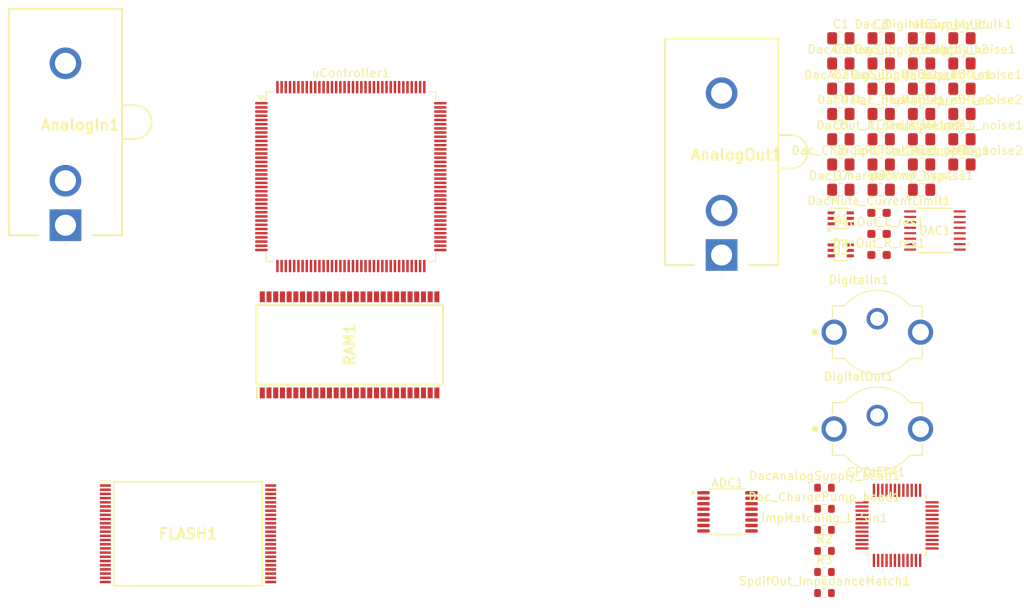
<source format=kicad_pcb>
(kicad_pcb (version 20240108) (generator "pcbnew") (generator_version "8.0")
  (layers (0 "F.Cu" signal) (1 "In1.Cu" signal "PWR") (2 "In2.Cu" signal "GND") (31 "B.Cu" signal) (34 "B.Paste" user) (35 "F.Paste" user) (36 "B.SilkS" user "B.Silkscreen") (37 "F.SilkS" user "F.Silkscreen") (38 "B.Mask" user) (39 "F.Mask" user) (44 "Edge.Cuts" user))
  (net 0 "")
  (net 1 "GNDA")
  (net 2 "/I2S1_WS")
  (net 3 "VDDA")
  (net 4 "VDD")
  (net 5 "/I2S1_SDI")
  (net 6 "/ADC_Reset")
  (net 7 "Net-(ADC1-RIN)")
  (net 8 "Net-(ADC1-REGO)")
  (net 9 "/I2S1_CK")
  (net 10 "/I2S1_MCK")
  (net 11 "Net-(ADC1-VCOM)")
  (net 12 "GNDD")
  (net 13 "Net-(ADC1-LIN)")
  (net 14 "Net-(AnalogIn1-Pad3)")
  (net 15 "Net-(AnalogIn1-Pad2)")
  (net 16 "Net-(AnalogOut1-Pad3)")
  (net 17 "Net-(AnalogOut1-Pad2)")
  (net 18 "Net-(DAC1-VREF)")
  (net 19 "Net-(DAC1-CPCB)")
  (net 20 "Net-(DAC1-CPOUT)")
  (net 21 "/I2S2_MCK")
  (net 22 "/I2S2_SDO")
  (net 23 "/I2S2_WS")
  (net 24 "Net-(DAC1-LINEVDD)")
  (net 25 "Net-(DAC1-MUTEB)")
  (net 26 "/I2S2_CK")
  (net 27 "Net-(DAC1-CPCA)")
  (net 28 "Net-(DAC1-VDDA)")
  (net 29 "Net-(DAC1-RLINEOUT)")
  (net 30 "Net-(DAC1-LLINEOU)")
  (net 31 "Net-(DigitalIn1-Pad2)")
  (net 32 "Net-(DigitalOut1-Pad2)")
  (net 33 "/FMC_D0")
  (net 35 "/FMC_D6")
  (net 37 "/FMC_NWAIT")
  (net 40 "/FMC_D7")
  (net 42 "/FMC_D1")
  (net 43 "/FMC_NOE")
  (net 46 "/FMC_D5")
  (net 49 "/FMC_NWE")
  (net 50 "/FMC_D4")
  (net 57 "/FMC_ALE")
  (net 58 "/FMC_NCE")
  (net 67 "/Flash_WP")
  (net 69 "/FMC_D3")
  (net 71 "/FMC_CLE")
  (net 75 "/FMC_D2")
  (net 77 "Net-(U1-B)")
  (net 78 "VDD_DIV")
  (net 79 "/FMC_A3")
  (net 80 "VCCQ")
  (net 81 "/FMC_A9")
  (net 83 "/FMC_D11")
  (net 84 "/FMC_D10")
  (net 85 "/FMC_NBL0")
  (net 86 "/FMC_A7")
  (net 87 "/FMC_A2")
  (net 88 "/FMC_A1")
  (net 89 "/FMC_SDCKE0")
  (net 90 "/FMC_D15")
  (net 91 "/FMC_A0")
  (net 92 "/FMC_A6")
  (net 93 "/FMC_D8")
  (net 94 "/FMC_BA1")
  (net 95 "/FMC_A8")
  (net 96 "/FMC_D12")
  (net 97 "/FMC_D14")
  (net 98 "/FMC_SDNRAS")
  (net 99 "/FMC_SDNE0")
  (net 100 "/FMC_D9")
  (net 101 "/FMC_A4")
  (net 102 "/FMC_NBL1")
  (net 103 "/FMC_11")
  (net 104 "/FMC_BA0")
  (net 105 "/FMC_A5")
  (net 106 "/FMC_SDNWE")
  (net 107 "/FMC_SDCLK")
  (net 108 "/FMC_SDNCAS")
  (net 110 "/FMC_D13")
  (net 111 "/FMC_A10")
  (net 112 "Net-(U2-B)")
  (net 113 "Net-(SpdifOut_AcCoupling1-Pad2)")
  (net 117 "/I2S3_CK")
  (net 124 "/I2C1_SDA")
  (net 128 "/I2S3_WS")
  (net 140 "/I2S3_MCK")
  (net 143 "/SPDIFTX_OUT")
  (net 149 "/I2C1_SCL")
  (net 153 "/I2S3_SDO")
  (net 154 "/SPDIFRX_IN0")
  (net 211 "/FMC_A11")
  (footprint "Capacitor_SMD:C_0805_2012Metric_Pad1.18x1.45mm_HandSolder" (layer "F.Cu") (at 169.935 50.19)
    (property "Reference" "DacAnalogSupply_noise1" (at 0 -1.68 0) (layer "F.SilkS"))
    (property "Value" "0.15u")
    (pad "1" smd roundrect (at -1.0375 0) (size 1.175 1.45) (layers "F.Cu" "F.Paste" "F.Mask") (roundrect_rratio 0.212766) (net 12 "GNDD"))
    (pad "2" smd roundrect (at 1.0375 0) (size 1.175 1.45) (layers "F.Cu" "F.Paste" "F.Mask") (roundrect_rratio 0.212766) (net 28 "Net-(DAC1-VDDA)"))
  )
  (footprint "CustomModels:FW6190" (layer "F.Cu") (at 150.92 70.015)
    (property "Reference" "AnalogOut1" (at 1.75 -11.959 0) (layer "F.SilkS") (effects (font (size 1.27 1.27) (thickness 0.254))))
    (property "Value" "FW6190" (hide yes))
    (pad "1" thru_hole rect (at 0 0) (size 3.765 3.765) (drill 2.51) (layers "*.Cu" "*.Mask") (net 1 "GNDA"))
    (pad "2" thru_hole circle (at 0 -5.3) (size 3.765 3.765) (drill 2.51) (layers "*.Cu" "*.Mask") (net 17 "Net-(AnalogOut1-Pad2)"))
    (pad "3" thru_hole circle (at 0 -19.3) (size 3.765 3.765) (drill 2.51) (layers "*.Cu" "*.Mask") (net 16 "Net-(AnalogOut1-Pad3)"))
  )
  (footprint "Capacitor_SMD:C_0805_2012Metric_Pad1.18x1.45mm_HandSolder" (layer "F.Cu") (at 179.555 56.21)
    (property "Reference" "llsOut_refLo_noise1" (at 0 -1.68 0) (layer "F.SilkS"))
    (property "Value" "0.15u")
    (pad "1" smd roundrect (at -1.0375 0) (size 1.175 1.45) (layers "F.Cu" "F.Paste" "F.Mask") (roundrect_rratio 0.212766) (net 78 "VDD_DIV"))
    (pad "2" smd roundrect (at 1.0375 0) (size 1.175 1.45) (layers "F.Cu" "F.Paste" "F.Mask") (roundrect_rratio 0.212766) (net 12 "GNDD"))
  )
  (footprint "CustomModels:TSSOP16_NAU8402_NUV" (layer "F.Cu") (at 176.3378 67.0925)
    (property "Reference" "DAC1" (at 0 0 0) (layer "F.SilkS"))
    (property "Value" "NAU8402WG")
    (fp_text user "*" (at -3.20675 -3.671951 0) (layer "F.SilkS"))
    (fp_text user "*" (at -3.20675 -3.671951 0) (layer "F.SilkS"))
    (pad "1" smd rect (at -2.95275 -2.274951) (size 1.4097 0.254) (layers "F.Cu" "F.Paste" "F.Mask") (net 1 "GNDA"))
    (pad "2" smd rect (at -2.95275 -1.624965) (size 1.4097 0.254) (layers "F.Cu" "F.Paste" "F.Mask") (net 28 "Net-(DAC1-VDDA)"))
    (pad "3" smd rect (at -2.95275 -0.974979) (size 1.4097 0.254) (layers "F.Cu" "F.Paste" "F.Mask") (net 18 "Net-(DAC1-VREF)"))
    (pad "4" smd rect (at -2.95275 -0.324993) (size 1.4097 0.254) (layers "F.Cu" "F.Paste" "F.Mask") (net 25 "Net-(DAC1-MUTEB)"))
    (pad "5" smd rect (at -2.95275 0.324993) (size 1.4097 0.254) (layers "F.Cu" "F.Paste" "F.Mask") (net 23 "/I2S2_WS"))
    (pad "6" smd rect (at -2.95275 0.974979) (size 1.4097 0.254) (layers "F.Cu" "F.Paste" "F.Mask") (net 22 "/I2S2_SDO"))
    (pad "7" smd rect (at -2.95275 1.624965) (size 1.4097 0.254) (layers "F.Cu" "F.Paste" "F.Mask") (net 26 "/I2S2_CK"))
    (pad "8" smd rect (at -2.95275 2.274951) (size 1.4097 0.254) (layers "F.Cu" "F.Paste" "F.Mask") (net 21 "/I2S2_MCK"))
    (pad "9" smd rect (at 2.95275 2.274951) (size 1.4097 0.254) (layers "F.Cu" "F.Paste" "F.Mask") (net 4 "VDD"))
    (pad "10" smd rect (at 2.95275 1.624965) (size 1.4097 0.254) (layers "F.Cu" "F.Paste" "F.Mask") (net 24 "Net-(DAC1-LINEVDD)"))
    (pad "11" smd rect (at 2.95275 0.974979) (size 1.4097 0.254) (layers "F.Cu" "F.Paste" "F.Mask") (net 27 "Net-(DAC1-CPCA)"))
    (pad "12" smd rect (at 2.95275 0.324993) (size 1.4097 0.254) (layers "F.Cu" "F.Paste" "F.Mask") (net 1 "GNDA"))
    (pad "13" smd rect (at 2.95275 -0.324993) (size 1.4097 0.254) (layers "F.Cu" "F.Paste" "F.Mask") (net 19 "Net-(DAC1-CPCB)"))
    (pad "14" smd rect (at 2.95275 -0.974979) (size 1.4097 0.254) (layers "F.Cu" "F.Paste" "F.Mask") (net 20 "Net-(DAC1-CPOUT)"))
    (pad "15" smd rect (at 2.95275 -1.624965) (size 1.4097 0.254) (layers "F.Cu" "F.Paste" "F.Mask") (net 29 "Net-(DAC1-RLINEOUT)"))
    (pad "16" smd rect (at 2.95275 -2.274951) (size 1.4097 0.254) (layers "F.Cu" "F.Paste" "F.Mask") (net 30 "Net-(DAC1-LLINEOU)"))
  )
  (footprint "Resistor_SMD:R_0603_1608Metric" (layer "F.Cu") (at 163.175 110.32)
    (property "Reference" "SpdifOut_ImpedanceMatch1" (at 0 -1.43 0) (layer "F.SilkS"))
    (property "Value" "75")
    (pad "1" smd roundrect (at -0.825 0) (size 0.8 0.95) (layers "F.Cu" "F.Paste" "F.Mask") (net 113 "Net-(SpdifOut_AcCoupling1-Pad2)"))
    (pad "2" smd roundrect (at 0.825 0) (size 0.8 0.95) (layers "F.Cu" "F.Paste" "F.Mask") (net 32 "Net-(DigitalOut1-Pad2)"))
  )
  (footprint "KiCad:SOP50P2000X120-48N" (layer "F.Cu") (at 87.35 103.25)
    (property "Reference" "FLASH1" (at 0 0 0) (layer "F.SilkS") (effects (font (size 1.27 1.27) (thickness 0.254))))
    (property "Value" "TC58BVG1S3HTA00" (hide yes))
    (pad "1" smd rect (at -9.85 -5.75 90) (size 0.3 1.3) (layers "F.Cu" "F.Paste" "F.Mask"))
    (pad "2" smd rect (at -9.85 -5.25 90) (size 0.3 1.3) (layers "F.Cu" "F.Paste" "F.Mask"))
    (pad "3" smd rect (at -9.85 -4.75 90) (size 0.3 1.3) (layers "F.Cu" "F.Paste" "F.Mask"))
    (pad "4" smd rect (at -9.85 -4.25 90) (size 0.3 1.3) (layers "F.Cu" "F.Paste" "F.Mask"))
    (pad "5" smd rect (at -9.85 -3.75 90) (size 0.3 1.3) (layers "F.Cu" "F.Paste" "F.Mask"))
    (pad "6" smd rect (at -9.85 -3.25 90) (size 0.3 1.3) (layers "F.Cu" "F.Paste" "F.Mask"))
    (pad "7" smd rect (at -9.85 -2.75 90) (size 0.3 1.3) (layers "F.Cu" "F.Paste" "F.Mask") (net 37 "/FMC_NWAIT"))
    (pad "8" smd rect (at -9.85 -2.25 90) (size 0.3 1.3) (layers "F.Cu" "F.Paste" "F.Mask") (net 43 "/FMC_NOE"))
    (pad "9" smd rect (at -9.85 -1.75 90) (size 0.3 1.3) (layers "F.Cu" "F.Paste" "F.Mask") (net 58 "/FMC_NCE"))
    (pad "10" smd rect (at -9.85 -1.25 90) (size 0.3 1.3) (layers "F.Cu" "F.Paste" "F.Mask"))
    (pad "11" smd rect (at -9.85 -0.75 90) (size 0.3 1.3) (layers "F.Cu" "F.Paste" "F.Mask"))
    (pad "12" smd rect (at -9.85 -0.25 90) (size 0.3 1.3) (layers "F.Cu" "F.Paste" "F.Mask") (net 4 "VDD"))
    (pad "13" smd rect (at -9.85 0.25 90) (size 0.3 1.3) (layers "F.Cu" "F.Paste" "F.Mask") (net 12 "GNDD"))
    (pad "14" smd rect (at -9.85 0.75 90) (size 0.3 1.3) (layers "F.Cu" "F.Paste" "F.Mask"))
    (pad "15" smd rect (at -9.85 1.25 90) (size 0.3 1.3) (layers "F.Cu" "F.Paste" "F.Mask"))
    (pad "16" smd rect (at -9.85 1.75 90) (size 0.3 1.3) (layers "F.Cu" "F.Paste" "F.Mask") (net 71 "/FMC_CLE"))
    (pad "17" smd rect (at -9.85 2.25 90) (size 0.3 1.3) (layers "F.Cu" "F.Paste" "F.Mask") (net 57 "/FMC_ALE"))
    (pad "18" smd rect (at -9.85 2.75 90) (size 0.3 1.3) (layers "F.Cu" "F.Paste" "F.Mask") (net 49 "/FMC_NWE"))
    (pad "19" smd rect (at -9.85 3.25 90) (size 0.3 1.3) (layers "F.Cu" "F.Paste" "F.Mask") (net 67 "/Flash_WP"))
    (pad "20" smd rect (at -9.85 3.75 90) (size 0.3 1.3) (layers "F.Cu" "F.Paste" "F.Mask"))
    (pad "21" smd rect (at -9.85 4.25 90) (size 0.3 1.3) (layers "F.Cu" "F.Paste" "F.Mask"))
    (pad "22" smd rect (at -9.85 4.75 90) (size 0.3 1.3) (layers "F.Cu" "F.Paste" "F.Mask"))
    (pad "23" smd rect (at -9.85 5.25 90) (size 0.3 1.3) (layers "F.Cu" "F.Paste" "F.Mask"))
    (pad "24" smd rect (at -9.85 5.75 90) (size 0.3 1.3) (layers "F.Cu" "F.Paste" "F.Mask"))
    (pad "25" smd rect (at 9.85 5.75 90) (size 0.3 1.3) (layers "F.Cu" "F.Paste" "F.Mask"))
    (pad "26" smd rect (at 9.85 5.25 90) (size 0.3 1.3) (layers "F.Cu" "F.Paste" "F.Mask"))
    (pad "27" smd rect (at 9.85 4.75 90) (size 0.3 1.3) (layers "F.Cu" "F.Paste" "F.Mask"))
    (pad "28" smd rect (at 9.85 4.25 90) (size 0.3 1.3) (layers "F.Cu" "F.Paste" "F.Mask"))
    (pad "29" smd rect (at 9.85 3.75 90) (size 0.3 1.3) (layers "F.Cu" "F.Paste" "F.Mask") (net 33 "/FMC_D0"))
    (pad "30" smd rect (at 9.85 3.25 90) (size 0.3 1.3) (layers "F.Cu" "F.Paste" "F.Mask") (net 42 "/FMC_D1"))
    (pad "31" smd rect (at 9.85 2.75 90) (size 0.3 1.3) (layers "F.Cu" "F.Paste" "F.Mask") (net 75 "/FMC_D2"))
    (pad "32" smd rect (at 9.85 2.25 90) (size 0.3 1.3) (layers "F.Cu" "F.Paste" "F.Mask") (net 69 "/FMC_D3"))
    (pad "33" smd rect (at 9.85 1.75 90) (size 0.3 1.3) (layers "F.Cu" "F.Paste" "F.Mask"))
    (pad "34" smd rect (at 9.85 1.25 90) (size 0.3 1.3) (layers "F.Cu" "F.Paste" "F.Mask"))
    (pad "35" smd rect (at 9.85 0.75 90) (size 0.3 1.3) (layers "F.Cu" "F.Paste" "F.Mask"))
    (pad "36" smd rect (at 9.85 0.25 90) (size 0.3 1.3) (layers "F.Cu" "F.Paste" "F.Mask") (net 12 "GNDD"))
    (pad "37" smd rect (at 9.85 -0.25 90) (size 0.3 1.3) (layers "F.Cu" "F.Paste" "F.Mask") (net 4 "VDD"))
    (pad "38" smd rect (at 9.85 -0.75 90) (size 0.3 1.3) (layers "F.Cu" "F.Paste" "F.Mask"))
    (pad "39" smd rect (at 9.85 -1.25 90) (size 0.3 1.3) (layers "F.Cu" "F.Paste" "F.Mask"))
    (pad "40" smd rect (at 9.85 -1.75 90) (size 0.3 1.3) (layers "F.Cu" "F.Paste" "F.Mask"))
    (pad "41" smd rect (at 9.85 -2.25 90) (size 0.3 1.3) (layers "F.Cu" "F.Paste" "F.Mask") (net 50 "/FMC_D4"))
    (pad "42" smd rect (at 9.85 -2.75 90) (size 0.3 1.3) (layers "F.Cu" "F.Paste" "F.Mask") (net 46 "/FMC_D5"))
    (pad "43" smd rect (at 9.85 -3.25 90) (size 0.3 1.3) (layers "F.Cu" "F.Paste" "F.Mask") (net 35 "/FMC_D6"))
    (pad "44" smd rect (at 9.85 -3.75 90) (size 0.3 1.3) (layers "F.Cu" "F.Paste" "F.Mask") (net 40 "/FMC_D7"))
    (pad "45" smd rect (at 9.85 -4.25 90) (size 0.3 1.3) (layers "F.Cu" "F.Paste" "F.Mask"))
    (pad "46" smd rect (at 9.85 -4.75 90) (size 0.3 1.3) (layers "F.Cu" "F.Paste" "F.Mask"))
    (pad "47" smd rect (at 9.85 -5.25 90) (size 0.3 1.3) (layers "F.Cu" "F.Paste" "F.Mask"))
    (pad "48" smd rect (at 9.85 -5.75 90) (size 0.3 1.3) (layers "F.Cu" "F.Paste" "F.Mask"))
  )
  (footprint "Capacitor_SMD:C_0805_2012Metric_Pad1.18x1.45mm_HandSolder" (layer "F.Cu") (at 179.555 53.2)
    (property "Reference" "llsOut_refHi_noise2" (at 0 -1.68 0) (layer "F.SilkS"))
    (property "Value" "0.15u")
    (pad "1" smd roundrect (at -1.0375 0) (size 1.175 1.45) (layers "F.Cu" "F.Paste" "F.Mask") (roundrect_rratio 0.212766) (net 12 "GNDD"))
    (pad "2" smd roundrect (at 1.0375 0) (size 1.175 1.45) (layers "F.Cu" "F.Paste" "F.Mask") (roundrect_rratio 0.212766) (net 4 "VDD"))
  )
  (footprint "Resistor_SMD:R_0603_1608Metric" (layer "F.Cu") (at 163.175 100.28)
    (property "Reference" "Dac_ChargePump_bead1" (at 0 -1.43 0) (layer "F.SilkS"))
    (property "Value" "*TBD*")
    (pad "1" smd roundrect (at -0.825 0) (size 0.8 0.95) (layers "F.Cu" "F.Paste" "F.Mask") (net 4 "VDD"))
    (pad "2" smd roundrect (at 0.825 0) (size 0.8 0.95) (layers "F.Cu" "F.Paste" "F.Mask") (net 24 "Net-(DAC1-LINEVDD)"))
  )
  (footprint "CustomModels:CUI_RCJ-027" (layer "F.Cu") (at 169.47 79.21337)
    (property "Reference" "DigitalIn1" (at -2.205795 -6.237225 0) (layer "F.SilkS") (effects (font (size 1.000354 1.000354))))
    (property "Value" "RCJ-027")
    (pad "1A" thru_hole circle (at -5.15 0) (size 3 3) (drill 2) (layers "*.Cu" "*.Mask") (net 12 "GNDD"))
    (pad "1B" thru_hole circle (at 5.15 0) (size 3 3) (drill 2) (layers "*.Cu" "*.Mask"))
    (pad "2" thru_hole circle (at 0 -1.6) (size 2.55 2.55) (drill 1.7) (layers "*.Cu" "*.Mask") (net 31 "Net-(DigitalIn1-Pad2)"))
  )
  (footprint "Capacitor_SMD:C_0805_2012Metric_Pad1.18x1.45mm_HandSolder" (layer "F.Cu") (at 169.935 47.18)
    (property "Reference" "DacAnalogSupply_bulk1" (at 0 -1.68 0) (layer "F.SilkS"))
    (property "Value" "15u")
    (pad "1" smd roundrect (at -1.0375 0) (size 1.175 1.45) (layers "F.Cu" "F.Paste" "F.Mask") (roundrect_rratio 0.212766) (net 28 "Net-(DAC1-VDDA)"))
    (pad "2" smd roundrect (at 1.0375 0) (size 1.175 1.45) (layers "F.Cu" "F.Paste" "F.Mask") (roundrect_rratio 0.212766) (net 12 "GNDD"))
  )
  (footprint "Resistor_SMD:R_0603_1608Metric" (layer "F.Cu") (at 163.175 105.3)
    (property "Reference" "R2" (at 0 -1.43 0) (layer "F.SilkS"))
    (property "Value" "6.2k")
    (pad "1" smd roundrect (at -0.825 0) (size 0.8 0.95) (layers "F.Cu" "F.Paste" "F.Mask") (net 4 "VDD"))
    (pad "2" smd roundrect (at 0.825 0) (size 0.8 0.95) (layers "F.Cu" "F.Paste" "F.Mask") (net 78 "VDD_DIV"))
  )
  (footprint "Capacitor_SMD:C_0805_2012Metric_Pad1.18x1.45mm_HandSolder" (layer "F.Cu") (at 179.555 44.17)
    (property "Reference" "dixSupply_bulk1" (at 0 -1.68 0) (layer "F.SilkS"))
    (property "Value" "15u")
    (pad "1" smd roundrect (at -1.0375 0) (size 1.175 1.45) (layers "F.Cu" "F.Paste" "F.Mask") (roundrect_rratio 0.212766) (net 4 "VDD"))
    (pad "2" smd roundrect (at 1.0375 0) (size 1.175 1.45) (layers "F.Cu" "F.Paste" "F.Mask") (roundrect_rratio 0.212766) (net 12 "GNDD"))
  )
  (footprint "Capacitor_SMD:C_0805_2012Metric_Pad1.18x1.45mm_HandSolder" (layer "F.Cu") (at 169.935 53.2)
    (property "Reference" "DacOut_L_decouple1" (at 0 -1.68 0) (layer "F.SilkS"))
    (property "Value" "2.7n")
    (pad "1" smd roundrect (at -1.0375 0) (size 1.175 1.45) (layers "F.Cu" "F.Paste" "F.Mask") (roundrect_rratio 0.212766) (net 16 "Net-(AnalogOut1-Pad3)"))
    (pad "2" smd roundrect (at 1.0375 0) (size 1.175 1.45) (layers "F.Cu" "F.Paste" "F.Mask") (roundrect_rratio 0.212766) (net 12 "GNDD"))
  )
  (footprint "CustomModels:CUI_RCJ-027" (layer "F.Cu") (at 169.47 90.75011)
    (property "Reference" "DigitalOut1" (at -2.205795 -6.237225 0) (layer "F.SilkS") (effects (font (size 1.000354 1.000354))))
    (property "Value" "RCJ-027")
    (pad "1A" thru_hole circle (at -5.15 0) (size 3 3) (drill 2) (layers "*.Cu" "*.Mask") (net 12 "GNDD"))
    (pad "1B" thru_hole circle (at 5.15 0) (size 3 3) (drill 2) (layers "*.Cu" "*.Mask"))
    (pad "2" thru_hole circle (at 0 -1.6) (size 2.55 2.55) (drill 1.7) (layers "*.Cu" "*.Mask") (net 32 "Net-(DigitalOut1-Pad2)"))
  )
  (footprint "CustomModels:SOP80P1176X120-54N" (layer "F.Cu") (at 106.6 80.728 90)
    (property "Reference" "RAM1" (at 0 0 90) (layer "F.SilkS") (effects (font (size 1.27 1.27) (thickness 0.254))))
    (property "Value" "AS4C8M16SA-6TCN" (hide yes))
    (pad "1" smd rect (at -5.728 -10.4 180) (size 0.6 1.295) (layers "F.Cu" "F.Paste" "F.Mask") (net 4 "VDD"))
    (pad "2" smd rect (at -5.728 -9.6 180) (size 0.6 1.295) (layers "F.Cu" "F.Paste" "F.Mask") (net 33 "/FMC_D0"))
    (pad "3" smd rect (at -5.728 -8.8 180) (size 0.6 1.295) (layers "F.Cu" "F.Paste" "F.Mask") (net 80 "VCCQ"))
    (pad "4" smd rect (at -5.728 -8 180) (size 0.6 1.295) (layers "F.Cu" "F.Paste" "F.Mask") (net 42 "/FMC_D1"))
    (pad "5" smd rect (at -5.728 -7.2 180) (size 0.6 1.295) (layers "F.Cu" "F.Paste" "F.Mask") (net 75 "/FMC_D2"))
    (pad "6" smd rect (at -5.728 -6.4 180) (size 0.6 1.295) (layers "F.Cu" "F.Paste" "F.Mask") (net 12 "GNDD"))
    (pad "7" smd rect (at -5.728 -5.6 180) (size 0.6 1.295) (layers "F.Cu" "F.Paste" "F.Mask") (net 69 "/FMC_D3"))
    (pad "8" smd rect (at -5.728 -4.8 180) (size 0.6 1.295) (layers "F.Cu" "F.Paste" "F.Mask") (net 50 "/FMC_D4"))
    (pad "9" smd rect (at -5.728 -4 180) (size 0.6 1.295) (layers "F.Cu" "F.Paste" "F.Mask") (net 80 "VCCQ"))
    (pad "10" smd rect (at -5.728 -3.2 180) (size 0.6 1.295) (layers "F.Cu" "F.Paste" "F.Mask") (net 46 "/FMC_D5"))
    (pad "11" smd rect (at -5.728 -2.4 180) (size 0.6 1.295) (layers "F.Cu" "F.Paste" "F.Mask") (net 35 "/FMC_D6"))
    (pad "12" smd rect (at -5.728 -1.6 180) (size 0.6 1.295) (layers "F.Cu" "F.Paste" "F.Mask") (net 12 "GNDD"))
    (pad "13" smd rect (at -5.728 -0.8 180) (size 0.6 1.295) (layers "F.Cu" "F.Paste" "F.Mask") (net 40 "/FMC_D7"))
    (pad "14" smd rect (at -5.728 0 180) (size 0.6 1.295) (layers "F.Cu" "F.Paste" "F.Mask") (net 4 "VDD"))
    (pad "15" smd rect (at -5.728 0.8 180) (size 0.6 1.295) (layers "F.Cu" "F.Paste" "F.Mask") (net 102 "/FMC_NBL1"))
    (pad "16" smd rect (at -5.728 1.6 180) (size 0.6 1.295) (layers "F.Cu" "F.Paste" "F.Mask") (net 106 "/FMC_SDNWE"))
    (pad "17" smd rect (at -5.728 2.4 180) (size 0.6 1.295) (layers "F.Cu" "F.Paste" "F.Mask") (net 108 "/FMC_SDNCAS"))
    (pad "18" smd rect (at -5.728 3.2 180) (size 0.6 1.295) (layers "F.Cu" "F.Paste" "F.Mask") (net 98 "/FMC_SDNRAS"))
    (pad "19" smd rect (at -5.728 4 180) (size 0.6 1.295) (layers "F.Cu" "F.Paste" "F.Mask") (net 99 "/FMC_SDNE0"))
    (pad "20" smd rect (at -5.728 4.8 180) (size 0.6 1.295) (layers "F.Cu" "F.Paste" "F.Mask") (net 104 "/FMC_BA0"))
    (pad "21" smd rect (at -5.728 5.6 180) (size 0.6 1.295) (layers "F.Cu" "F.Paste" "F.Mask") (net 94 "/FMC_BA1"))
    (pad "22" smd rect (at -5.728 6.4 180) (size 0.6 1.295) (layers "F.Cu" "F.Paste" "F.Mask") (net 111 "/FMC_A10"))
    (pad "23" smd rect (at -5.728 7.2 180) (size 0.6 1.295) (layers "F.Cu" "F.Paste" "F.Mask") (net 91 "/FMC_A0"))
    (pad "24" smd rect (at -5.728 8 180) (size 0.6 1.295) (layers "F.Cu" "F.Paste" "F.Mask") (net 88 "/FMC_A1"))
    (pad "25" smd rect (at -5.728 8.8 180) (size 0.6 1.295) (layers "F.Cu" "F.Paste" "F.Mask") (net 87 "/FMC_A2"))
    (pad "26" smd rect (at -5.728 9.6 180) (size 0.6 1.295) (layers "F.Cu" "F.Paste" "F.Mask") (net 79 "/FMC_A3"))
    (pad "27" smd rect (at -5.728 10.4 180) (size 0.6 1.295) (layers "F.Cu" "F.Paste" "F.Mask") (net 4 "VDD"))
    (pad "28" smd rect (at 5.728 10.4 180) (size 0.6 1.295) (layers "F.Cu" "F.Paste" "F.Mask") (net 12 "GNDD"))
    (pad "29" smd rect (at 5.728 9.6 180) (size 0.6 1.295) (layers "F.Cu" "F.Paste" "F.Mask") (net 101 "/FMC_A4"))
    (pad "30" smd rect (at 5.728 8.8 180) (size 0.6 1.295) (layers "F.Cu" "F.Paste" "F.Mask") (net 105 "/FMC_A5"))
    (pad "31" smd rect (at 5.728 8 180) (size 0.6 1.295) (layers "F.Cu" "F.Paste" "F.Mask") (net 92 "/FMC_A6"))
    (pad "32" smd rect (at 5.728 7.2 180) (size 0.6 1.295) (layers "F.Cu" "F.Paste" "F.Mask") (net 86 "/FMC_A7"))
    (pad "33" smd rect (at 5.728 6.4 180) (size 0.6 1.295) (layers "F.Cu" "F.Paste" "F.Mask") (net 95 "/FMC_A8"))
    (pad "34" smd rect (at 5.728 5.6 180) (size 0.6 1.295) (layers "F.Cu" "F.Paste" "F.Mask") (net 81 "/FMC_A9"))
    (pad "35" smd rect (at 5.728 4.8 180) (size 0.6 1.295) (layers "F.Cu" "F.Paste" "F.Mask") (net 103 "/FMC_11"))
    (pad "36" smd rect (at 5.728 4 180) (size 0.6 1.295) (layers "F.Cu" "F.Paste" "F.Mask"))
    (pad "37" smd rect (at 5.728 3.2 180) (size 0.6 1.295) (layers "F.Cu" "F.Paste" "F.Mask") (net 89 "/FMC_SDCKE0"))
    (pad "38" smd rect (at 5.728 2.4 180) (size 0.6 1.295) (layers "F.Cu" "F.Paste" "F.Mask") (net 107 "/FMC_SDCLK"))
    (pad "39" smd rect (at 5.728 1.6 180) (size 0.6 1.295) (layers "F.Cu" "F.Paste" "F.Mask") (net 85 "/FMC_NBL0"))
    (pad "40" smd rect (at 5.728 0.8 180) (size 0.6 1.295) (layers "F.Cu" "F.Paste" "F.Mask"))
    (pad "41" smd rect (at 5.728 0 180) (size 0.6 1.295) (layers "F.Cu" "F.Paste" "F.Mask") (net 12 "GNDD"))
    (pad "42" smd rect (at 5.728 -0.8 180) (size 0.6 1.295) (layers "F.Cu" "F.Paste" "F.Mask") (net 93 "/FMC_D8"))
    (pad "43" smd rect (at 5.728 -1.6 180) (size 0.6 1.295) (layers "F.Cu" "F.Paste" "F.Mask") (net 80 "VCCQ"))
    (pad "44" smd rect (at 5.728 -2.4 180) (size 0.6 1.295) (layers "F.Cu" "F.Paste" "F.Mask") (net 100 "/FMC_D9"))
    (pad "45" smd rect (at 5.728 -3.2 180) (size 0.6 1.295) (layers "F.Cu" "F.Paste" "F.Mask") (net 84 "/FMC_D10"))
    (pad "46" smd rect (at 5.728 -4 180) (size 0.6 1.295) (layers "F.Cu" "F.Paste" "F.Mask") (net 12 "GNDD"))
    (pad "47" smd rect (at 5.728 -4.8 180) (size 0.6 1.295) (layers "F.Cu" "F.Paste" "F.Mask") (net 83 "/FMC_D11"))
    (pad "48" smd rect (at 5.728 -5.6 180) (size 0.6 1.295) (layers "F.Cu" "F.Paste" "F.Mask") (net 96 "/FMC_D12"))
    (pad "49" smd rect (at 5.728 -6.4 180) (size 0.6 1.295) (layers "F.Cu" "F.Paste" "F.Mask") (net 80 "VCCQ"))
    (pad "50" smd rect (at 5.728 -7.2 180) (size 0.6 1.295) (layers "F.Cu" "F.Paste" "F.Mask") (net 110 "/FMC_D13"))
    (pad "51" smd rect (at 5.728 -8 180) (size 0.6 1.295) (layers "F.Cu" "F.Paste" "F.Mask") (net 97 "/FMC_D14"))
    (pad "52" smd rect (at 5.728 -8.8 180) (size 0.6 1.295) (layers "F.Cu" "F.Paste" "F.Mask") (net 12 "GNDD"))
    (pad "53" smd rect (at 5.728 -9.6 180) (size 0.6 1.295) (layers "F.Cu" "F.Paste" "F.Mask") (net 90 "/FMC_D15"))
    (pad "54" smd rect (at 5.728 -10.4 180) (size 0.6 1.295) (layers "F.Cu" "F.Paste" "F.Mask") (net 12 "GNDD"))
  )
  (footprint "CustomModels:DCK6_TEX" (layer "F.Cu") (at 165.1123 65.6447)
    (property "Reference" "U1" (at 0 0 0) (layer "F.SilkS"))
    (property "Value" "SN74AXCH1T45DCKR")
    (fp_text user "*" (at -1.39065 -2.1486 0) (layer "F.SilkS"))
    (fp_text user "*" (at -1.39065 -2.1486 0) (layer "F.SilkS"))
    (pad "1" smd rect (at -1.13665 -0.649999) (size 0.8509 0.3556) (layers "F.Cu" "F.Paste" "F.Mask") (net 3 "VDDA"))
    (pad "2" smd rect (at -1.13665 0) (size 0.8509 0.3556) (layers "F.Cu" "F.Paste" "F.Mask") (net 12 "GNDD"))
    (pad "3" smd rect (at -1.13665 0.649999) (size 0.8509 0.3556) (layers "F.Cu" "F.Paste" "F.Mask") (net 154 "/SPDIFRX_IN0"))
    (pad "4" smd rect (at 1.13665 0.649999) (size 0.8509 0.3556) (layers "F.Cu" "F.Paste" "F.Mask") (net 77 "Net-(U1-B)"))
    (pad "5" smd rect (at 1.13665 0) (size 0.8509 0.3556) (layers "F.Cu" "F.Paste" "F.Mask") (net 12 "GNDD"))
    (pad "6" smd rect (at 1.13665 -0.649999) (size 0.8509 0.3556) (layers "F.Cu" "F.Paste" "F.Mask") (net 78 "VDD_DIV"))
  )
  (footprint "Capacitor_SMD:C_0805_2012Metric_Pad1.18x1.45mm_HandSolder" (layer "F.Cu") (at 169.935 56.21)
    (property "Reference" "DacOut_R_decouple1" (at 0 -1.68 0) (layer "F.SilkS"))
    (property "Value" "2.7n")
    (pad "1" smd roundrect (at -1.0375 0) (size 1.175 1.45) (layers "F.Cu" "F.Paste" "F.Mask") (roundrect_rratio 0.212766) (net 17 "Net-(AnalogOut1-Pad2)"))
    (pad "2" smd roundrect (at 1.0375 0) (size 1.175 1.45) (layers "F.Cu" "F.Paste" "F.Mask") (roundrect_rratio 0.212766) (net 12 "GNDD"))
  )
  (footprint "Capacitor_SMD:C_0805_2012Metric_Pad1.18x1.45mm_HandSolder" (layer "F.Cu") (at 174.745 62.23)
    (property "Reference" "dacVref_bypass1" (at 0 -1.68 0) (layer "F.SilkS"))
    (property "Value" "2.2uF")
    (pad "1" smd roundrect (at -1.0375 0) (size 1.175 1.45) (layers "F.Cu" "F.Paste" "F.Mask") (roundrect_rratio 0.212766) (net 12 "GNDD"))
    (pad "2" smd roundrect (at 1.0375 0) (size 1.175 1.45) (layers "F.Cu" "F.Paste" "F.Mask") (roundrect_rratio 0.212766) (net 18 "Net-(DAC1-VREF)"))
  )
  (footprint "Resistor_SMD:R_0603_1608Metric_Pad0.98x0.95mm_HandSolder" (layer "F.Cu") (at 169.675 64.99)
    (property "Reference" "DacMute_CurrentLimit1" (at 0 -1.43 0) (layer "F.SilkS"))
    (property "Value" "10k")
    (pad "1" smd roundrect (at -0.9125 0) (size 0.975 0.95) (layers "F.Cu" "F.Paste" "F.Mask") (net 4 "VDD"))
    (pad "2" smd roundrect (at 0.9125 0) (size 0.975 0.95) (layers "F.Cu" "F.Paste" "F.Mask") (net 25 "Net-(DAC1-MUTEB)"))
  )
  (footprint "Package_QFP:LQFP-144_20x20mm_P0.5mm" (layer "F.Cu") (at 106.75 60.6625)
    (property "Reference" "uController1" (at 0 -12.35 0) (layer "F.SilkS"))
    (property "Value" "STM32H7A3ZITx")
    (pad "1" smd roundrect (at -10.6625 -8.75) (size 1.475 0.3) (layers "F.Cu" "F.Paste" "F.Mask"))
    (pad "2" smd roundrect (at -10.6625 -8.25) (size 1.475 0.3) (layers "F.Cu" "F.Paste" "F.Mask"))
    (pad "3" smd roundrect (at -10.6625 -7.75) (size 1.475 0.3) (layers "F.Cu" "F.Paste" "F.Mask"))
    (pad "4" smd roundrect (at -10.6625 -7.25) (size 1.475 0.3) (layers "F.Cu" "F.Paste" "F.Mask"))
    (pad "5" smd roundrect (at -10.6625 -6.75) (size 1.475 0.3) (layers "F.Cu" "F.Paste" "F.Mask"))
    (pad "6" smd roundrect (at -10.6625 -6.25) (size 1.475 0.3) (layers "F.Cu" "F.Paste" "F.Mask"))
    (pad "7" smd roundrect (at -10.6625 -5.75) (size 1.475 0.3) (layers "F.Cu" "F.Paste" "F.Mask"))
    (pad "8" smd roundrect (at -10.6625 -5.25) (size 1.475 0.3) (layers "F.Cu" "F.Paste" "F.Mask"))
    (pad "9" smd roundrect (at -10.6625 -4.75) (size 1.475 0.3) (layers "F.Cu" "F.Paste" "F.Mask"))
    (pad "10" smd roundrect (at -10.6625 -4.25) (size 1.475 0.3) (layers "F.Cu" "F.Paste" "F.Mask") (net 91 "/FMC_A0"))
    (pad "11" smd roundrect (at -10.6625 -3.75) (size 1.475 0.3) (layers "F.Cu" "F.Paste" "F.Mask") (net 88 "/FMC_A1"))
    (pad "12" smd roundrect (at -10.6625 -3.25) (size 1.475 0.3) (layers "F.Cu" "F.Paste" "F.Mask") (net 87 "/FMC_A2"))
    (pad "13" smd roundrect (at -10.6625 -2.75) (size 1.475 0.3) (layers "F.Cu" "F.Paste" "F.Mask") (net 79 "/FMC_A3"))
    (pad "14" smd roundrect (at -10.6625 -2.25) (size 1.475 0.3) (layers "F.Cu" "F.Paste" "F.Mask") (net 101 "/FMC_A4"))
    (pad "15" smd roundrect (at -10.6625 -1.75) (size 1.475 0.3) (layers "F.Cu" "F.Paste" "F.Mask") (net 105 "/FMC_A5"))
    (pad "16" smd roundrect (at -10.6625 -1.25) (size 1.475 0.3) (layers "F.Cu" "F.Paste" "F.Mask") (net 12 "GNDD"))
    (pad "17" smd roundrect (at -10.6625 -0.75) (size 1.475 0.3) (layers "F.Cu" "F.Paste" "F.Mask"))
    (pad "18" smd roundrect (at -10.6625 -0.25) (size 1.475 0.3) (layers "F.Cu" "F.Paste" "F.Mask") (net 67 "/Flash_WP"))
    (pad "19" smd roundrect (at -10.6625 0.25) (size 1.475 0.3) (layers "F.Cu" "F.Paste" "F.Mask"))
    (pad "20" smd roundrect (at -10.6625 0.75) (size 1.475 0.3) (layers "F.Cu" "F.Paste" "F.Mask"))
    (pad "21" smd roundrect (at -10.6625 1.25) (size 1.475 0.3) (layers "F.Cu" "F.Paste" "F.Mask"))
    (pad "22" smd roundrect (at -10.6625 1.75) (size 1.475 0.3) (layers "F.Cu" "F.Paste" "F.Mask"))
    (pad "23" smd roundrect (at -10.6625 2.25) (size 1.475 0.3) (layers "F.Cu" "F.Paste" "F.Mask"))
    (pad "24" smd roundrect (at -10.6625 2.75) (size 1.475 0.3) (layers "F.Cu" "F.Paste" "F.Mask"))
    (pad "25" smd roundrect (at -10.6625 3.25) (size 1.475 0.3) (layers "F.Cu" "F.Paste" "F.Mask"))
    (pad "26" smd roundrect (at -10.6625 3.75) (size 1.475 0.3) (layers "F.Cu" "F.Paste" "F.Mask") (net 106 "/FMC_SDNWE"))
    (pad "27" smd roundrect (at -10.6625 4.25) (size 1.475 0.3) (layers "F.Cu" "F.Paste" "F.Mask") (net 22 "/I2S2_SDO"))
    (pad "28" smd roundrect (at -10.6625 4.75) (size 1.475 0.3) (layers "F.Cu" "F.Paste" "F.Mask") (net 99 "/FMC_SDNE0"))
    (pad "29" smd roundrect (at -10.6625 5.25) (size 1.475 0.3) (layers "F.Cu" "F.Paste" "F.Mask") (net 89 "/FMC_SDCKE0"))
    (pad "30" smd roundrect (at -10.6625 5.75) (size 1.475 0.3) (layers "F.Cu" "F.Paste" "F.Mask"))
    (pad "31" smd roundrect (at -10.6625 6.25) (size 1.475 0.3) (layers "F.Cu" "F.Paste" "F.Mask") (net 1 "GNDA"))
    (pad "32" smd roundrect (at -10.6625 6.75) (size 1.475 0.3) (layers "F.Cu" "F.Paste" "F.Mask"))
    (pad "33" smd roundrect (at -10.6625 7.25) (size 1.475 0.3) (layers "F.Cu" "F.Paste" "F.Mask"))
    (pad "34" smd roundrect (at -10.6625 7.75) (size 1.475 0.3) (layers "F.Cu" "F.Paste" "F.Mask"))
    (pad "35" smd roundrect (at -10.6625 8.25) (size 1.475 0.3) (layers "F.Cu" "F.Paste" "F.Mask"))
    (pad "36" smd roundrect (at -10.6625 8.75) (size 1.475 0.3) (layers "F.Cu" "F.Paste" "F.Mask"))
    (pad "37" smd roundrect (at -8.75 10.6625) (size 0.3 1.475) (layers "F.Cu" "F.Paste" "F.Mask"))
    (pad "38" smd roundrect (at -8.25 10.6625) (size 0.3 1.475) (layers "F.Cu" "F.Paste" "F.Mask") (net 12 "GNDD"))
    (pad "39" smd roundrect (at -7.75 10.6625) (size 0.3 1.475) (layers "F.Cu" "F.Paste" "F.Mask"))
    (pad "40" smd roundrect (at -7.25 10.6625) (size 0.3 1.475) (layers "F.Cu" "F.Paste" "F.Mask") (net 128 "/I2S3_WS"))
    (pad "41" smd roundrect (at -6.75 10.6625) (size 0.3 1.475) (layers "F.Cu" "F.Paste" "F.Mask") (net 9 "/I2S1_CK"))
    (pad "42" smd roundrect (at -6.25 10.6625) (size 0.3 1.475) (layers "F.Cu" "F.Paste" "F.Mask") (net 5 "/I2S1_SDI"))
    (pad "43" smd roundrect (at -5.75 10.6625) (size 0.3 1.475) (layers "F.Cu" "F.Paste" "F.Mask"))
    (pad "44" smd roundrect (at -5.25 10.6625) (size 0.3 1.475) (layers "F.Cu" "F.Paste" "F.Mask") (net 10 "/I2S1_MCK"))
    (pad "45" smd roundrect (at -4.75 10.6625) (size 0.3 1.475) (layers "F.Cu" "F.Paste" "F.Mask"))
    (pad "46" smd roundrect (at -4.25 10.6625) (size 0.3 1.475) (layers "F.Cu" "F.Paste" "F.Mask"))
    (pad "47" smd roundrect (at -3.75 10.6625) (size 0.3 1.475) (layers "F.Cu" "F.Paste" "F.Mask"))
    (pad "48" smd roundrect (at -3.25 10.6625) (size 0.3 1.475) (layers "F.Cu" "F.Paste" "F.Mask") (net 153 "/I2S3_SDO"))
    (pad "49" smd roundrect (at -2.75 10.6625) (size 0.3 1.475) (layers "F.Cu" "F.Paste" "F.Mask") (net 98 "/FMC_SDNRAS"))
    (pad "50" smd roundrect (at -2.25 10.6625) (size 0.3 1.475) (layers "F.Cu" "F.Paste" "F.Mask") (net 92 "/FMC_A6"))
    (pad "51" smd roundrect (at -1.75 10.6625) (size 0.3 1.475) (layers "F.Cu" "F.Paste" "F.Mask") (net 12 "GNDD"))
    (pad "52" smd roundrect (at -1.25 10.6625) (size 0.3 1.475) (layers "F.Cu" "F.Paste" "F.Mask"))
    (pad "53" smd roundrect (at -0.75 10.6625) (size 0.3 1.475) (layers "F.Cu" "F.Paste" "F.Mask") (net 86 "/FMC_A7"))
    (pad "54" smd roundrect (at -0.25 10.6625) (size 0.3 1.475) (layers "F.Cu" "F.Paste" "F.Mask") (net 95 "/FMC_A8"))
    (pad "55" smd roundrect (at 0.25 10.6625) (size 0.3 1.475) (layers "F.Cu" "F.Paste" "F.Mask") (net 81 "/FMC_A9"))
    (pad "56" smd roundrect (at 0.75 10.6625) (size 0.3 1.475) (layers "F.Cu" "F.Paste" "F.Mask") (net 111 "/FMC_A10"))
    (pad "57" smd roundrect (at 1.25 10.6625) (size 0.3 1.475) (layers "F.Cu" "F.Paste" "F.Mask") (net 211 "/FMC_A11"))
    (pad "58" smd roundrect (at 1.75 10.6625) (size 0.3 1.475) (layers "F.Cu" "F.Paste" "F.Mask") (net 50 "/FMC_D4"))
    (pad "59" smd roundrect (at 2.25 10.6625) (size 0.3 1.475) (layers "F.Cu" "F.Paste" "F.Mask") (net 46 "/FMC_D5"))
    (pad "60" smd roundrect (at 2.75 10.6625) (size 0.3 1.475) (layers "F.Cu" "F.Paste" "F.Mask") (net 35 "/FMC_D6"))
    (pad "61" smd roundrect (at 3.25 10.6625) (size 0.3 1.475) (layers "F.Cu" "F.Paste" "F.Mask") (net 12 "GNDD"))
    (pad "62" smd roundrect (at 3.75 10.6625) (size 0.3 1.475) (layers "F.Cu" "F.Paste" "F.Mask"))
    (pad "63" smd roundrect (at 4.25 10.6625) (size 0.3 1.475) (layers "F.Cu" "F.Paste" "F.Mask") (net 40 "/FMC_D7"))
    (pad "64" smd roundrect (at 4.75 10.6625) (size 0.3 1.475) (layers "F.Cu" "F.Paste" "F.Mask") (net 93 "/FMC_D8"))
    (pad "65" smd roundrect (at 5.25 10.6625) (size 0.3 1.475) (layers "F.Cu" "F.Paste" "F.Mask") (net 100 "/FMC_D9"))
    (pad "66" smd roundrect (at 5.75 10.6625) (size 0.3 1.475) (layers "F.Cu" "F.Paste" "F.Mask") (net 84 "/FMC_D10"))
    (pad "67" smd roundrect (at 6.25 10.6625) (size 0.3 1.475) (layers "F.Cu" "F.Paste" "F.Mask") (net 83 "/FMC_D11"))
    (pad "68" smd roundrect (at 6.75 10.6625) (size 0.3 1.475) (layers "F.Cu" "F.Paste" "F.Mask") (net 96 "/FMC_D12"))
    (pad "69" smd roundrect (at 7.25 10.6625) (size 0.3 1.475) (layers "F.Cu" "F.Paste" "F.Mask"))
    (pad "70" smd roundrect (at 7.75 10.6625) (size 0.3 1.475) (layers "F.Cu" "F.Paste" "F.Mask"))
    (pad "71" smd roundrect (at 8.25 10.6625) (size 0.3 1.475) (layers "F.Cu" "F.Paste" "F.Mask"))
    (pad "72" smd roundrect (at 8.75 10.6625) (size 0.3 1.475) (layers "F.Cu" "F.Paste" "F.Mask"))
    (pad "73" smd roundrect (at 10.6625 8.75) (size 1.475 0.3) (layers "F.Cu" "F.Paste" "F.Mask"))
    (pad "74" smd roundrect (at 10.6625 8.25) (size 1.475 0.3) (layers "F.Cu" "F.Paste" "F.Mask"))
    (pad "75" smd roundrect (at 10.6625 7.75) (size 1.475 0.3) (layers "F.Cu" "F.Paste" "F.Mask"))
    (pad "76" smd roundrect (at 10.6625 7.25) (size 1.475 0.3) (layers "F.Cu" "F.Paste" "F.Mask"))
    (pad "77" smd roundrect (at 10.6625 6.75) (size 1.475 0.3) (layers "F.Cu" "F.Paste" "F.Mask") (net 110 "/FMC_D13"))
    (pad "78" smd roundrect (at 10.6625 6.25) (size 1.475 0.3) (layers "F.Cu" "F.Paste" "F.Mask") (net 97 "/FMC_D14"))
    (pad "79" smd roundrect (at 10.6625 5.75) (size 1.475 0.3) (layers "F.Cu" "F.Paste" "F.Mask") (net 90 "/FMC_D15"))
    (pad "80" smd roundrect (at 10.6625 5.25) (size 1.475 0.3) (layers "F.Cu" "F.Paste" "F.Mask") (net 71 "/FMC_CLE"))
    (pad "81" smd roundrect (at 10.6625 4.75) (size 1.475 0.3) (layers "F.Cu" "F.Paste" "F.Mask") (net 57 "/FMC_ALE"))
    (pad "82" smd roundrect (at 10.6625 4.25) (size 1.475 0.3) (layers "F.Cu" "F.Paste" "F.Mask"))
    (pad "83" smd roundrect (at 10.6625 3.75) (size 1.475 0.3) (layers "F.Cu" "F.Paste" "F.Mask") (net 12 "GNDD"))
    (pad "84" smd roundrect (at 10.6625 3.25) (size 1.475 0.3) (layers "F.Cu" "F.Paste" "F.Mask"))
    (pad "85" smd roundrect (at 10.6625 2.75) (size 1.475 0.3) (layers "F.Cu" "F.Paste" "F.Mask") (net 33 "/FMC_D0"))
    (pad "86" smd roundrect (at 10.6625 2.25) (size 1.475 0.3) (layers "F.Cu" "F.Paste" "F.Mask") (net 42 "/FMC_D1"))
    (pad "87" smd roundrect (at 10.6625 1.75) (size 1.475 0.3) (layers "F.Cu" "F.Paste" "F.Mask"))
    (pad "88" smd roundrect (at 10.6625 1.25) (size 1.475 0.3) (layers "F.Cu" "F.Paste" "F.Mask"))
    (pad "89" smd roundrect (at 10.6625 0.75) (size 1.475 0.3) (layers "F.Cu" "F.Paste" "F.Mask") (net 104 "/FMC_BA0"))
    (pad "90" smd roundrect (at 10.6625 0.25) (size 1.475 0.3) (layers "F.Cu" "F.Paste" "F.Mask") (net 94 "/FMC_BA1"))
    (pad "91" smd roundrect (at 10.6625 -0.25) (size 1.475 0.3) (layers "F.Cu" "F.Paste" "F.Mask"))
    (pad "92" smd roundrect (at 10.6625 -0.75) (size 1.475 0.3) (layers "F.Cu" "F.Paste" "F.Mask"))
    (pad "93" smd roundrect (at 10.6625 -1.25) (size 1.475 0.3) (layers "F.Cu" "F.Paste" "F.Mask") (net 107 "/FMC_SDCLK"))
    (pad "94" smd roundrect (at 10.6625 -1.75) (size 1.475 0.3) (layers "F.Cu" "F.Paste" "F.Mask") (net 12 "GNDD"))
    (pad "95" smd roundrect (at 10.6625 -2.25) (size 1.475 0.3) (layers "F.Cu" "F.Paste" "F.Mask"))
    (pad "96" smd roundrect (at 10.6625 -2.75) (size 1.475 0.3) (layers "F.Cu" "F.Paste" "F.Mask"))
    (pad "97" smd roundrect (at 10.6625 -3.25) (size 1.475 0.3) (layers "F.Cu" "F.Paste" "F.Mask") (net 140 "/I2S3_MCK"))
    (pad "98" smd roundrect (at 10.6625 -3.75) (size 1.475 0.3) (layers "F.Cu" "F.Paste" "F.Mask"))
    (pad "99" smd roundrect (at 10.6625 -4.25) (size 1.475 0.3) (layers "F.Cu" "F.Paste" "F.Mask"))
    (pad "100" smd roundrect (at 10.6625 -4.75) (size 1.475 0.3) (layers "F.Cu" "F.Paste" "F.Mask"))
    (pad "101" smd roundrect (at 10.6625 -5.25) (size 1.475 0.3) (layers "F.Cu" "F.Paste" "F.Mask"))
    (pad "102" smd roundrect (at 10.6625 -5.75) (size 1.475 0.3) (layers "F.Cu" "F.Paste" "F.Mask"))
    (pad "103" smd roundrect (at 10.6625 -6.25) (size 1.475 0.3) (layers "F.Cu" "F.Paste" "F.Mask"))
    (pad "104" smd roundrect (at 10.6625 -6.75) (size 1.475 0.3) (layers "F.Cu" "F.Paste" "F.Mask"))
    (pad "105" smd roundrect (at 10.6625 -7.25) (size 1.475 0.3) (layers "F.Cu" "F.Paste" "F.Mask"))
    (pad "106" smd roundrect (at 10.6625 -7.75) (size 1.475 0.3) (layers "F.Cu" "F.Paste" "F.Mask"))
    (pad "107" smd roundrect (at 10.6625 -8.25) (size 1.475 0.3) (layers "F.Cu" "F.Paste" "F.Mask") (net 12 "GNDD"))
    (pad "108" smd roundrect (at 10.6625 -8.75) (size 1.475 0.3) (layers "F.Cu" "F.Paste" "F.Mask"))
    (pad "109" smd roundrect (at 8.75 -10.6625) (size 0.3 1.475) (layers "F.Cu" "F.Paste" "F.Mask"))
    (pad "110" smd roundrect (at 8.25 -10.6625) (size 0.3 1.475) (layers "F.Cu" "F.Paste" "F.Mask") (net 2 "/I2S1_WS"))
    (pad "111" smd roundrect (at 7.75 -10.6625) (size 0.3 1.475) (layers "F.Cu" "F.Paste" "F.Mask") (net 117 "/I2S3_CK"))
    (pad "112" smd roundrect (at 7.25 -10.6625) (size 0.3 1.475) (layers "F.Cu" "F.Paste" "F.Mask"))
    (pad "113" smd roundrect (at 6.75 -10.6625) (size 0.3 1.475) (layers "F.Cu" "F.Paste" "F.Mask"))
    (pad "114" smd roundrect (at 6.25 -10.6625) (size 0.3 1.475) (layers "F.Cu" "F.Paste" "F.Mask") (net 75 "/FMC_D2"))
    (pad "115" smd roundrect (at 5.75 -10.6625) (size 0.3 1.475) (layers "F.Cu" "F.Paste" "F.Mask") (net 69 "/FMC_D3"))
    (pad "116" smd roundrect (at 5.25 -10.6625) (size 0.3 1.475) (layers "F.Cu" "F.Paste" "F.Mask"))
    (pad "117" smd roundrect (at 4.75 -10.6625) (size 0.3 1.475) (layers "F.Cu" "F.Paste" "F.Mask"))
    (pad "118" smd roundrect (at 4.25 -10.6625) (size 0.3 1.475) (layers "F.Cu" "F.Paste" "F.Mask") (net 43 "/FMC_NOE"))
    (pad "119" smd roundrect (at 3.75 -10.6625) (size 0.3 1.475) (layers "F.Cu" "F.Paste" "F.Mask") (net 49 "/FMC_NWE"))
    (pad "120" smd roundrect (at 3.25 -10.6625) (size 0.3 1.475) (layers "F.Cu" "F.Paste" "F.Mask") (net 12 "GNDD"))
    (pad "121" smd roundrect (at 2.75 -10.6625) (size 0.3 1.475) (layers "F.Cu" "F.Paste" "F.Mask"))
    (pad "122" smd roundrect (at 2.25 -10.6625) (size 0.3 1.475) (layers "F.Cu" "F.Paste" "F.Mask") (net 37 "/FMC_NWAIT"))
    (pad "123" smd roundrect (at 1.75 -10.6625) (size 0.3 1.475) (layers "F.Cu" "F.Paste" "F.Mask"))
    (pad "124" smd roundrect (at 1.25 -10.6625) (size 0.3 1.475) (layers "F.Cu" "F.Paste" "F.Mask") (net 58 "/FMC_NCE"))
    (pad "125" smd roundrect (at 0.75 -10.6625) (size 0.3 1.475) (layers "F.Cu" "F.Paste" "F.Mask"))
    (pad "126" smd roundrect (at 0.25 -10.6625) (size 0.3 1.475) (layers "F.Cu" "F.Paste" "F.Mask"))
    (pad "127" smd roundrect (at -0.25 -10.6625) (size 0.3 1.475) (layers "F.Cu" "F.Paste" "F.Mask"))
    (pad "128" smd roundrect (at -0.75 -10.6625) (size 0.3 1.475) (layers "F.Cu" "F.Paste" "F.Mask"))
    (pad "129" smd roundrect (at -1.25 -10.6625) (size 0.3 1.475) (layers "F.Cu" "F.Paste" "F.Mask"))
    (pad "130" smd roundrect (at -1.75 -10.6625) (size 0.3 1.475) (layers "F.Cu" "F.Paste" "F.Mask") (net 12 "GNDD"))
    (pad "131" smd roundrect (at -2.25 -10.6625) (size 0.3 1.475) (layers "F.Cu" "F.Paste" "F.Mask"))
    (pad "132" smd roundrect (at -2.75 -10.6625) (size 0.3 1.475) (layers "F.Cu" "F.Paste" "F.Mask") (net 108 "/FMC_SDNCAS"))
    (pad "133" smd roundrect (at -3.25 -10.6625) (size 0.3 1.475) (layers "F.Cu" "F.Paste" "F.Mask"))
    (pad "134" smd roundrect (at -3.75 -10.6625) (size 0.3 1.475) (layers "F.Cu" "F.Paste" "F.Mask"))
    (pad "135" smd roundrect (at -4.25 -10.6625) (size 0.3 1.475) (layers "F.Cu" "F.Paste" "F.Mask"))
    (pad "136" smd roundrect (at -4.75 -10.6625) (size 0.3 1.475) (layers "F.Cu" "F.Paste" "F.Mask") (net 149 "/I2C1_SCL"))
    (pad "137" smd roundrect (at -5.25 -10.6625) (size 0.3 1.475) (layers "F.Cu" "F.Paste" "F.Mask") (net 124 "/I2C1_SDA"))
    (pad "138" smd roundrect (at -5.75 -10.6625) (size 0.3 1.475) (layers "F.Cu" "F.Paste" "F.Mask"))
    (pad "139" smd roundrect (at -6.25 -10.6625) (size 0.3 1.475) (layers "F.Cu" "F.Paste" "F.Mask"))
    (pad "140" smd roundrect (at -6.75 -10.6625) (size 0.3 1.475) (layers "F.Cu" "F.Paste" "F.Mask"))
    (pad "141" smd roundrect (at -7.25 -10.6625) (size 0.3 1.475) (layers "F.Cu" "F.Paste" "F.Mask") (net 85 "/FMC_NBL0"))
    (pad "142" smd roundrect (at -7.75 -10.6625) (size 0.3 1.475) (layers "F.Cu" "F.Paste" "F.Mask") (net 102 "/FMC_NBL1"))
    (pad "143" smd roundrect (at -8.25 -10.6625) (size 0.3 1.475) (layers "F.Cu" "F.Paste" "F.Mask"))
    (pad "144" smd roundrect (at -8.75 -10.6625) (size 0.3 1.475) (layers "F.Cu" "F.Paste" "F.Mask"))
  )
  (footprint "Capacitor_SMD:C_0805_2012Metric_Pad1.18x1.45mm_HandSolder" (layer "F.Cu") (at 174.745 59.22)
    (property "Reference" "SpdifOut_AcCoupling1" (at 0 -1.68 0) (layer "F.SilkS"))
    (property "Value" "0.1u")
    (pad "1" smd roundrect (at -1.0375 0) (size 1.175 1.45) (layers "F.Cu" "F.Paste" "F.Mask") (roundrect_rratio 0.212766) (net 112 "Net-(U2-B)"))
    (pad "2" smd roundrect (at 1.0375 0) (size 1.175 1.45) (layers "F.Cu" "F.Paste" "F.Mask") (roundrect_rratio 0.212766) (net 113 "Net-(SpdifOut_AcCoupling1-Pad2)"))
  )
  (footprint "Resistor_SMD:R_0603_1608Metric_Pad0.98x0.95mm_HandSolder" (layer "F.Cu") (at 169.675 70.01)
    (property "Reference" "DacOut_R_res1" (at 0 -1.43 0) (layer "F.SilkS"))
    (property "Value" "500")
    (pad "1" smd roundrect (at -0.9125 0) (size 0.975 0.95) (layers "F.Cu" "F.Paste" "F.Mask") (net 29 "Net-(DAC1-RLINEOUT)"))
    (pad "2" smd roundrect (at 0.9125 0) (size 0.975 0.95) (layers "F.Cu" "F.Paste" "F.Mask") (net 17 "Net-(AnalogOut1-Pad2)"))
  )
  (footprint "Capacitor_SMD:C_0805_2012Metric_Pad1.18x1.45mm_HandSolder" (layer "F.Cu") (at 174.745 47.18)
    (property "Reference" "Dac_DigitalSup_bulk2" (at 0 -1.68 0) (layer "F.SilkS"))
    (property "Value" "15u")
    (pad "1" smd roundrect (at -1.0375 0) (size 1.175 1.45) (layers "F.Cu" "F.Paste" "F.Mask") (roundrect_rratio 0.212766) (net 4 "VDD"))
    (pad "2" smd roundrect (at 1.0375 0) (size 1.175 1.45) (layers "F.Cu" "F.Paste" "F.Mask") (roundrect_rratio 0.212766) (net 12 "GNDD"))
  )
  (footprint "Capacitor_SMD:C_0805_2012Metric_Pad1.18x1.45mm_HandSolder" (layer "F.Cu") (at 169.935 44.17)
    (property "Reference" "C8" (at 0 -1.68 0) (layer "F.SilkS"))
    (property "Value" "1uF")
    (pad "1" smd roundrect (at -1.0375 0) (size 1.175 1.45) (layers "F.Cu" "F.Paste" "F.Mask") (roundrect_rratio 0.212766) (net 8 "Net-(ADC1-REGO)"))
    (pad "2" smd roundrect (at 1.0375 0) (size 1.175 1.45) (layers "F.Cu" "F.Paste" "F.Mask") (roundrect_rratio 0.212766) (net 12 "GNDD"))
  )
  (footprint "Package_SO:TSSOP-16_4.4x5mm_P0.65mm" (layer "F.Cu") (at 151.62 100.64)
    (property "Reference" "ADC1" (at 0 -3.45 0) (layer "F.SilkS"))
    (property "Value" "AK5720VT")
    (pad "1" smd roundrect (at -2.8625 -2.275) (size 1.475 0.4) (layers "F.Cu" "F.Paste" "F.Mask") (net 11 "Net-(ADC1-VCOM)"))
    (pad "2" smd roundrect (at -2.8625 -1.625) (size 1.475 0.4) (layers "F.Cu" "F.Paste" "F.Mask") (net 7 "Net-(ADC1-RIN)"))
    (pad "3" smd roundrect (at -2.8625 -0.975) (size 1.475 0.4) (layers "F.Cu" "F.Paste" "F.Mask") (net 13 "Net-(ADC1-LIN)"))
    (pad "4" smd roundrect (at -2.8625 -0.325) (size 1.475 0.4) (layers "F.Cu" "F.Paste" "F.Mask") (net 1 "GNDA"))
    (pad "5" smd roundrect (at -2.8625 0.325) (size 1.475 0.4) (layers "F.Cu" "F.Paste" "F.Mask") (net 3 "VDDA"))
    (pad "6" smd roundrect (at -2.8625 0.975) (size 1.475 0.4) (layers "F.Cu" "F.Paste" "F.Mask") (net 4 "VDD"))
    (pad "7" smd roundrect (at -2.8625 1.625) (size 1.475 0.4) (layers "F.Cu" "F.Paste" "F.Mask") (net 12 "GNDD"))
    (pad "8" smd roundrect (at -2.8625 2.275) (size 1.475 0.4) (layers "F.Cu" "F.Paste" "F.Mask") (net 8 "Net-(ADC1-REGO)"))
    (pad "9" smd roundrect (at 2.8625 2.275) (size 1.475 0.4) (layers "F.Cu" "F.Paste" "F.Mask") (net 5 "/I2S1_SDI"))
    (pad "10" smd roundrect (at 2.8625 1.625) (size 1.475 0.4) (layers "F.Cu" "F.Paste" "F.Mask") (net 2 "/I2S1_WS"))
    (pad "11" smd roundrect (at 2.8625 0.975) (size 1.475 0.4) (layers "F.Cu" "F.Paste" "F.Mask") (net 10 "/I2S1_MCK"))
    (pad "12" smd roundrect (at 2.8625 0.325) (size 1.475 0.4) (layers "F.Cu" "F.Paste" "F.Mask") (net 9 "/I2S1_CK"))
    (pad "13" smd roundrect (at 2.8625 -0.325) (size 1.475 0.4) (layers "F.Cu" "F.Paste" "F.Mask") (net 6 "/ADC_Reset"))
    (pad "14" smd roundrect (at 2.8625 -0.975) (size 1.475 0.4) (layers "F.Cu" "F.Paste" "F.Mask") (net 4 "VDD"))
    (pad "15" smd roundrect (at 2.8625 -1.625) (size 1.475 0.4) (layers "F.Cu" "F.Paste" "F.Mask") (net 12 "GNDD"))
    (pad "16" smd roundrect (at 2.8625 -2.275) (size 1.475 0.4) (layers "F.Cu" "F.Paste" "F.Mask") (net 12 "GNDD"))
  )
  (footprint "Capacitor_SMD:C_0805_2012Metric_Pad1.18x1.45mm_HandSolder" (layer "F.Cu") (at 174.745 50.19)
    (property "Reference" "Dac_DigitalSup_noise1" (at 0 -1.68 0) (layer "F.SilkS"))
    (property "Value" "0.15u")
    (pad "1" smd roundrect (at -1.0375 0) (size 1.175 1.45) (layers "F.Cu" "F.Paste" "F.Mask") (roundrect_rratio 0.212766) (net 24 "Net-(DAC1-LINEVDD)"))
    (pad "2" smd roundrect (at 1.0375 0) (size 1.175 1.45) (layers "F.Cu" "F.Paste" "F.Mask") (roundrect_rratio 0.212766) (net 12 "GNDD"))
  )
  (footprint "CustomModels:DIX9211PTR" (layer "F.Cu") (at 171.82 102.25)
    (property "Reference" "SPDIFTX1" (at -2.485 -6.345 0) (layer "F.SilkS"))
    (property "Value" "DIX9211PTR")
    (pad "1" smd roundrect (at -4.18 -2.75) (size 1.56 0.28) (layers "F.Cu" "F.Paste" "F.Mask") (roundrect_rratio 0.125))
    (pad "2" smd roundrect (at -4.18 -2.25) (size 1.56 0.28) (layers "F.Cu" "F.Paste" "F.Mask") (roundrect_rratio 0.125))
    (pad "3" smd roundrect (at -4.18 -1.75) (size 1.56 0.28) (layers "F.Cu" "F.Paste" "F.Mask") (roundrect_rratio 0.125))
    (pad "4" smd roundrect (at -4.18 -1.25) (size 1.56 0.28) (layers "F.Cu" "F.Paste" "F.Mask") (roundrect_rratio 0.125))
    (pad "5" smd roundrect (at -4.18 -0.75) (size 1.56 0.28) (layers "F.Cu" "F.Paste" "F.Mask") (roundrect_rratio 0.125))
    (pad "6" smd roundrect (at -4.18 -0.25) (size 1.56 0.28) (layers "F.Cu" "F.Paste" "F.Mask") (roundrect_rratio 0.125))
    (pad "7" smd roundrect (at -4.18 0.25) (size 1.56 0.28) (layers "F.Cu" "F.Paste" "F.Mask") (roundrect_rratio 0.125) (net 140 "/I2S3_MCK"))
    (pad "8" smd roundrect (at -4.18 0.75) (size 1.56 0.28) (layers "F.Cu" "F.Paste" "F.Mask") (roundrect_rratio 0.125) (net 117 "/I2S3_CK"))
    (pad "9" smd roundrect (at -4.18 1.25) (size 1.56 0.28) (layers "F.Cu" "F.Paste" "F.Mask") (roundrect_rratio 0.125) (net 128 "/I2S3_WS"))
    (pad "10" smd roundrect (at -4.18 1.75) (size 1.56 0.28) (layers "F.Cu" "F.Paste" "F.Mask") (roundrect_rratio 0.125) (net 153 "/I2S3_SDO"))
    (pad "11" smd roundrect (at -4.18 2.25) (size 1.56 0.28) (layers "F.Cu" "F.Paste" "F.Mask") (roundrect_rratio 0.125))
    (pad "12" smd roundrect (at -4.18 2.75) (size 1.56 0.28) (layers "F.Cu" "F.Paste" "F.Mask") (roundrect_rratio 0.125))
    (pad "13" smd roundrect (at -2.75 4.18) (size 0.28 1.56) (layers "F.Cu" "F.Paste" "F.Mask") (roundrect_rratio 0.125))
    (pad "14" smd roundrect (at -2.25 4.18) (size 0.28 1.56) (layers "F.Cu" "F.Paste" "F.Mask") (roundrect_rratio 0.125))
    (pad "15" smd roundrect (at -1.75 4.18) (size 0.28 1.56) (layers "F.Cu" "F.Paste" "F.Mask") (roundrect_rratio 0.125) (net 143 "/SPDIFTX_OUT"))
    (pad "16" smd roundrect (at -1.25 4.18) (size 0.28 1.56) (layers "F.Cu" "F.Paste" "F.Mask") (roundrect_rratio 0.125))
    (pad "17" smd roundrect (at -0.75 4.18) (size 0.28 1.56) (layers "F.Cu" "F.Paste" "F.Mask") (roundrect_rratio 0.125))
    (pad "18" smd roundrect (at -0.25 4.18) (size 0.28 1.56) (layers "F.Cu" "F.Paste" "F.Mask") (roundrect_rratio 0.125))
    (pad "19" smd roundrect (at 0.25 4.18) (size 0.28 1.56) (layers "F.Cu" "F.Paste" "F.Mask") (roundrect_rratio 0.125))
    (pad "20" smd roundrect (at 0.75 4.18) (size 0.28 1.56) (layers "F.Cu" "F.Paste" "F.Mask") (roundrect_rratio 0.125))
    (pad "21" smd roundrect (at 1.25 4.18) (size 0.28 1.56) (layers "F.Cu" "F.Paste" "F.Mask") (roundrect_rratio 0.125) (net 12 "GNDD"))
    (pad "22" smd roundrect (at 1.75 4.18) (size 0.28 1.56) (layers "F.Cu" "F.Paste" "F.Mask") (roundrect_rratio 0.125) (net 4 "VDD"))
    (pad "23" smd roundrect (at 2.25 4.18) (size 0.28 1.56) (layers "F.Cu" "F.Paste" "F.Mask") (roundrect_rratio 0.125) (net 12 "GNDD"))
    (pad "24" smd roundrect (at 2.75 4.18) (size 0.28 1.56) (layers "F.Cu" "F.Paste" "F.Mask") (roundrect_rratio 0.125) (net 124 "/I2C1_SDA"))
    (pad "25" smd roundrect (at 4.18 2.75) (size 1.56 0.28) (layers "F.Cu" "F.Paste" "F.Mask") (roundrect_rratio 0.125) (net 149 "/I2C1_SCL"))
    (pad "26" smd roundrect (at 4.18 2.25) (size 1.56 0.28) (layers "F.Cu" "F.Paste" "F.Mask") (roundrect_rratio 0.125) (net 12 "GNDD"))
    (pad "27" smd roundrect (at 4.18 1.75) (size 1.56 0.28) (layers "F.Cu" "F.Paste" "F.Mask") (roundrect_rratio 0.125) (net 12 "GNDD"))
    (pad "28" smd roundrect (at 4.18 1.25) (size 1.56 0.28) (layers "F.Cu" "F.Paste" "F.Mask") (roundrect_rratio 0.125))
    (pad "29" smd roundrect (at 4.18 0.75) (size 1.56 0.28) (layers "F.Cu" "F.Paste" "F.Mask") (roundrect_rratio 0.125))
    (pad "30" smd roundrect (at 4.18 0.25) (size 1.56 0.28) (layers "F.Cu" "F.Paste" "F.Mask") (roundrect_rratio 0.125))
    (pad "31" smd roundrect (at 4.18 -0.25) (size 1.56 0.28) (layers "F.Cu" "F.Paste" "F.Mask") (roundrect_rratio 0.125))
    (pad "32" smd roundrect (at 4.18 -0.75) (size 1.56 0.28) (layers "F.Cu" "F.Paste" "F.Mask") (roundrect_rratio 0.125))
    (pad "33" smd roundrect (at 4.18 -1.25) (size 1.56 0.28) (layers "F.Cu" "F.Paste" "F.Mask") (roundrect_rratio 0.125))
    (pad "34" smd roundrect (at 4.18 -1.75) (size 1.56 0.28) (layers "F.Cu" "F.Paste" "F.Mask") (roundrect_rratio 0.125) (net 4 "VDD"))
    (pad "35" smd roundrect (at 4.18 -2.25) (size 1.56 0.28) (layers "F.Cu" "F.Paste" "F.Mask") (roundrect_rratio 0.125))
    (pad "36" smd roundrect (at 4.18 -2.75) (size 1.56 0.28) (layers "F.Cu" "F.Paste" "F.Mask") (roundrect_rratio 0.125))
    (pad "37" smd roundrect (at 2.75 -4.18) (size 0.28 1.56) (layers "F.Cu" "F.Paste" "F.Mask") (roundrect_rratio 0.125))
    (pad "38" smd roundrect (at 2.25 -4.18) (size 0.28 1.56) (layers "F.Cu" "F.Paste" "F.Mask") (roundrect_rratio 0.125))
    (pad "39" smd roundrect (at 1.75 -4.18) (size 0.28 1.56) (layers "F.Cu" "F.Paste" "F.Mask") (roundrect_rratio 0.125))
    (pad "40" smd roundrect (at 1.25 -4.18) (size 0.28 1.56) (layers "F.Cu" "F.Paste" "F.Mask") (roundrect_rratio 0.125))
    (pad "41" smd roundrect (at 0.75 -4.18) (size 0.28 1.56) (layers "F.Cu" "F.Paste" "F.Mask") (roundrect_rratio 0.125))
    (pad "42" smd roundrect (at 0.25 -4.18) (size 0.28 1.56) (layers "F.Cu" "F.Paste" "F.Mask") (roundrect_rratio 0.125))
    (pad "43" smd roundrect (at -0.25 -4.18) (size 0.28 1.56) (layers "F.Cu" "F.Paste" "F.Mask") (roundrect_rratio 0.125))
    (pad "44" smd roundrect (at -0.75 -4.18) (size 0.28 1.56) (layers "F.Cu" "F.Paste" "F.Mask") (roundrect_rratio 0.125))
    (pad "45" smd roundrect (at -1.25 -4.18) (size 0.28 1.56) (layers "F.Cu" "F.Paste" "F.Mask") (roundrect_rratio 0.125) (net 12 "GNDD"))
    (pad "46" smd roundrect (at -1.75 -4.18) (size 0.28 1.56) (layers "F.Cu" "F.Paste" "F.Mask") (roundrect_rratio 0.125) (net 12 "GNDD"))
    (pad "47" smd roundrect (at -2.25 -4.18) (size 0.28 1.56) (layers "F.Cu" "F.Paste" "F.Mask") (roundrect_rratio 0.125))
    (pad "48" smd roundrect (at -2.75 -4.18) (size 0.28 1.56) (layers "F.Cu" "F.Paste" "F.Mask") (roundrect_rratio 0.125))
  )
  (footprint "Capacitor_SMD:C_0805_2012Metric_Pad1.18x1.45mm_HandSolder" (layer "F.Cu") (at 165.125 53.2)
    (property "Reference" "C4" (at 0 -1.68 0) (layer "F.SilkS"))
    (property "Value" "10uF")
    (pad "1" smd roundrect (at -1.0375 0) (size 1.175 1.45) (layers "F.Cu" "F.Paste" "F.Mask") (roundrect_rratio 0.212766) (net 3 "VDDA"))
    (pad "2" smd roundrect (at 1.0375 0) (size 1.175 1.45) (layers "F.Cu" "F.Paste" "F.Mask") (roundrect_rratio 0.212766) (net 1 "GNDA"))
  )
  (footprint "Capacitor_SMD:C_0805_2012Metric_Pad1.18x1.45mm_HandSolder" (layer "F.Cu") (at 169.935 59.22)
    (property "Reference" "Dac_ChargePump_Decouple1" (at 0 -1.68 0) (layer "F.SilkS"))
    (property "Value" "4.7uF")
    (pad "1" smd roundrect (at -1.0375 0) (size 1.175 1.45) (layers "F.Cu" "F.Paste" "F.Mask") (roundrect_rratio 0.212766) (net 20 "Net-(DAC1-CPOUT)"))
    (pad "2" smd roundrect (at 1.0375 0) (size 1.175 1.45) (layers "F.Cu" "F.Paste" "F.Mask") (roundrect_rratio 0.212766) (net 12 "GNDD"))
  )
  (footprint "CustomModels:FW6190" (layer "F.Cu") (at 72.75 66.4585)
    (property "Reference" "AnalogIn1" (at 1.75 -11.959 0) (layer "F.SilkS") (effects (font (size 1.27 1.27) (thickness 0.254))))
    (property "Value" "FW6190" (hide yes))
    (pad "1" thru_hole rect (at 0 0) (size 3.765 3.765) (drill 2.51) (layers "*.Cu" "*.Mask") (net 1 "GNDA"))
    (pad "2" thru_hole circle (at 0 -5.3) (size 3.765 3.765) (drill 2.51) (layers "*.Cu" "*.Mask") (net 15 "Net-(AnalogIn1-Pad2)"))
    (pad "3" thru_hole circle (at 0 -19.3) (size 3.765 3.765) (drill 2.51) (layers "*.Cu" "*.Mask") (net 14 "Net-(AnalogIn1-Pad3)"))
  )
  (footprint "Capacitor_SMD:C_0805_2012Metric_Pad1.18x1.45mm_HandSolder" (layer "F.Cu") (at 165.125 50.19)
    (property "Reference" "C3" (at 0 -1.68 0) (layer "F.SilkS"))
    (property "Value" "10uF")
    (pad "1" smd roundrect (at -1.0375 0) (size 1.175 1.45) (layers "F.Cu" "F.Paste" "F.Mask") (roundrect_rratio 0.212766) (net 14 "Net-(AnalogIn1-Pad3)"))
    (pad "2" smd roundrect (at 1.0375 0) (size 1.175 1.45) (layers "F.Cu" "F.Paste" "F.Mask") (roundrect_rratio 0.212766) (net 13 "Net-(ADC1-LIN)"))
  )
  (footprint "Capacitor_SMD:C_0805_2012Metric_Pad1.18x1.45mm_HandSolder" (layer "F.Cu") (at 179.555 47.18)
    (property "Reference" "dixSupply_noise1" (at 0 -1.68 0) (layer "F.SilkS"))
    (property "Value" "0.15u")
    (pad "1" smd roundrect (at -1.0375 0) (size 1.175 1.45) (layers "F.Cu" "F.Paste" "F.Mask") (roundrect_rratio 0.212766) (net 4 "VDD"))
    (pad "2" smd roundrect (at 1.0375 0) (size 1.175 1.45) (layers "F.Cu" "F.Paste" "F.Mask") (roundrect_rratio 0.212766) (net 12 "GNDD"))
  )
  (footprint "Capacitor_SMD:C_0805_2012Metric_Pad1.18x1.45mm_HandSolder" (layer "F.Cu") (at 165.125 47.18)
    (property "Reference" "C2" (at 0 -1.68 0) (layer "F.SilkS"))
    (property "Value" "10uF")
    (pad "1" smd roundrect (at -1.0375 0) (size 1.175 1.45) (layers "F.Cu" "F.Paste" "F.Mask") (roundrect_rratio 0.212766) (net 15 "Net-(AnalogIn1-Pad2)"))
    (pad "2" smd roundrect (at 1.0375 0) (size 1.175 1.45) (layers "F.Cu" "F.Paste" "F.Mask") (roundrect_rratio 0.212766) (net 7 "Net-(ADC1-RIN)"))
  )
  (footprint "Resistor_SMD:R_0603_1608Metric" (layer "F.Cu") (at 163.175 107.81)
    (property "Reference" "R3" (at 0 -1.43 0) (layer "F.SilkS"))
    (property "Value" "1.6k")
    (pad "1" smd roundrect (at -0.825 0) (size 0.8 0.95) (layers "F.Cu" "F.Paste" "F.Mask") (net 78 "VDD_DIV"))
    (pad "2" smd roundrect (at 0.825 0) (size 0.8 0.95) (layers "F.Cu" "F.Paste" "F.Mask") (net 12 "GNDD"))
  )
  (footprint "Capacitor_SMD:C_0805_2012Metric_Pad1.18x1.45mm_HandSolder" (layer "F.Cu") (at 165.125 59.22)
    (property "Reference" "C6" (at 0 -1.68 0) (layer "F.SilkS"))
    (property "Value" "10uF")
    (pad "1" smd roundrect (at -1.0375 0) (size 1.175 1.45) (layers "F.Cu" "F.Paste" "F.Mask") (roundrect_rratio 0.212766) (net 4 "VDD"))
    (pad "2" smd roundrect (at 1.0375 0) (size 1.175 1.45) (layers "F.Cu" "F.Paste" "F.Mask") (roundrect_rratio 0.212766) (net 12 "GNDD"))
  )
  (footprint "Capacitor_SMD:C_0805_2012Metric_Pad1.18x1.45mm_HandSolder" (layer "F.Cu") (at 179.555 50.19)
    (property "Reference" "llsOut_refHi_noise1" (at 0 -1.68 0) (layer "F.SilkS"))
    (property "Value" "0.15u")
    (pad "1" smd roundrect (at -1.0375 0) (size 1.175 1.45) (layers "F.Cu" "F.Paste" "F.Mask") (roundrect_rratio 0.212766) (net 12 "GNDD"))
    (pad "2" smd roundrect (at 1.0375 0) (size 1.175 1.45) (layers "F.Cu" "F.Paste" "F.Mask") (roundrect_rratio 0.212766) (net 3 "VDDA"))
  )
  (footprint "Capacitor_SMD:C_0805_2012Metric_Pad1.18x1.45mm_HandSolder" (layer "F.Cu") (at 174.745 53.2)
    (property "Reference" "Dac_DigitalSup_noise2" (at 0 -1.68 0) (layer "F.SilkS"))
    (property "Value" "0.15u")
    (pad "1" smd roundrect (at -1.0375 0) (size 1.175 1.45) (layers "F.Cu" "F.Paste" "F.Mask") (roundrect_rratio 0.212766) (net 4 "VDD"))
    (pad "2" smd roundrect (at 1.0375 0) (size 1.175 1.45) (layers "F.Cu" "F.Paste" "F.Mask") (roundrect_rratio 0.212766) (net 12 "GNDD"))
  )
  (footprint "Resistor_SMD:R_0603_1608Metric" (layer "F.Cu") (at 163.175 97.77)
    (property "Reference" "DacAnalogSupply_bead1" (at 0 -1.43 0) (layer "F.SilkS"))
    (property "Value" "*TBD*")
    (pad "1" smd roundrect (at -0.825 0) (size 0.8 0.95) (layers "F.Cu" "F.Paste" "F.Mask") (net 4 "VDD"))
    (pad "2" smd roundrect (at 0.825 0) (size 0.8 0.95) (layers "F.Cu" "F.Paste" "F.Mask") (net 28 "Net-(DAC1-VDDA)"))
  )
  (footprint "Capacitor_SMD:C_0805_2012Metric_Pad1.18x1.45mm_HandSolder" (layer "F.Cu") (at 165.125 56.21)
    (property "Reference" "C5" (at 0 -1.68 0) (layer "F.SilkS"))
    (property "Value" "0.1uF")
    (pad "1" smd roundrect (at -1.0375 0) (size 1.175 1.45) (layers "F.Cu" "F.Paste" "F.Mask") (roundrect_rratio 0.212766) (net 1 "GNDA"))
    (pad "2" smd roundrect (at 1.0375 0) (size 1.175 1.45) (layers "F.Cu" "F.Paste" "F.Mask") (roundrect_rratio 0.212766) (net 3 "VDDA"))
  )
  (footprint "Capacitor_SMD:C_0805_2012Metric_Pad1.18x1.45mm_HandSolder" (layer "F.Cu") (at 169.935 62.23)
    (property "Reference" "Dac_ChargePump_cap1" (at 0 -1.68 0) (layer "F.SilkS"))
    (property "Value" "220nF")
    (pad "1" smd roundrect (at -1.0375 0) (size 1.175 1.45) (layers "F.Cu" "F.Paste" "F.Mask") (roundrect_rratio 0.212766) (net 19 "Net-(DAC1-CPCB)"))
    (pad "2" smd roundrect (at 1.0375 0) (size 1.175 1.45) (layers "F.Cu" "F.Paste" "F.Mask") (roundrect_rratio 0.212766) (net 27 "Net-(DAC1-CPCA)"))
  )
  (footprint "Resistor_SMD:R_0603_1608Metric" (layer "F.Cu") (at 163.175 102.79)
    (property "Reference" "ImpMatching_LLSin1" (at 0 -1.43 0) (layer "F.SilkS"))
    (property "Value" "75")
    (pad "1" smd roundrect (at -0.825 0) (size 0.8 0.95) (layers "F.Cu" "F.Paste" "F.Mask") (net 31 "Net-(DigitalIn1-Pad2)"))
    (pad "2" smd roundrect (at 0.825 0) (size 0.8 0.95) (layers "F.Cu" "F.Paste" "F.Mask") (net 12 "GNDD"))
  )
  (footprint "Resistor_SMD:R_0603_1608Metric_Pad0.98x0.95mm_HandSolder" (layer "F.Cu") (at 169.675 67.5)
    (property "Reference" "DacOut_L_res1" (at 0 -1.43 0) (layer "F.SilkS"))
    (property "Value" "500")
    (pad "1" smd roundrect (at -0.9125 0) (size 0.975 0.95) (layers "F.Cu" "F.Paste" "F.Mask") (net 30 "Net-(DAC1-LLINEOU)"))
    (pad "2" smd roundrect (at 0.9125 0) (size 0.975 0.95) (layers "F.Cu" "F.Paste" "F.Mask") (net 16 "Net-(AnalogOut1-Pad3)"))
  )
  (footprint "Capacitor_SMD:C_0805_2012Metric_Pad1.18x1.45mm_HandSolder" (layer "F.Cu") (at 174.745 56.21)
    (property "Reference" "LLSin_ACcouple1" (at 0 -1.68 0) (layer "F.SilkS"))
    (property "Value" "0.1u")
    (pad "1" smd roundrect (at -1.0375 0) (size 1.175 1.45) (layers "F.Cu" "F.Paste" "F.Mask") (roundrect_rratio 0.212766) (net 31 "Net-(DigitalIn1-Pad2)"))
    (pad "2" smd roundrect (at 1.0375 0) (size 1.175 1.45) (layers "F.Cu" "F.Paste" "F.Mask") (roundrect_rratio 0.212766) (net 77 "Net-(U1-B)"))
  )
  (footprint "CustomModels:DCK6_TEX" (layer "F.Cu") (at 165.1123 69.4641)
    (property "Reference" "U2" (at 0 0 0) (layer "F.SilkS"))
    (property "Value" "SN74AXCH1T45DCKR")
    (fp_text user "*" (at -1.39065 -2.1486 0) (layer "F.SilkS"))
    (fp_text user "*" (at -1.39065 -2.1486 0) (layer "F.SilkS"))
    (pad "1" smd rect (at -1.13665 -0.649999) (size 0.8509 0.3556) (layers "F.Cu" "F.Paste" "F.Mask") (net 4 "VDD"))
    (pad "2" smd rect (at -1.13665 0) (size 0.8509 0.3556) (layers "F.Cu" "F.Paste" "F.Mask") (net 12 "GNDD"))
    (pad "3" smd rect (at -1.13665 0.649999) (size 0.8509 0.3556) (layers "F.Cu" "F.Paste" "F.Mask") (net 143 "/SPDIFTX_OUT"))
    (pad "4" smd rect (at 1.13665 0.649999) (size 0.8509 0.3556) (layers "F.Cu" "F.Paste" "F.Mask") (net 112 "Net-(U2-B)"))
    (pad "5" smd rect (at 1.13665 0) (size 0.8509 0.3556) (layers "F.Cu" "F.Paste" "F.Mask") (net 4 "VDD"))
    (pad "6" smd rect (at 1.13665 -0.649999) (size 0.8509 0.3556) (layers "F.Cu" "F.Paste" "F.Mask") (net 78 "VDD_DIV"))
  )
  (footprint "Capacitor_SMD:C_0805_2012Metric_Pad1.18x1.45mm_HandSolder" (layer "F.Cu") (at 174.745 44.17)
    (property "Reference" "Dac_DigitalSup_bulk1" (at 0 -1.68 0) (layer "F.SilkS"))
    (property "Value" "15u")
    (pad "1" smd roundrect (at -1.0375 0) (size 1.175 1.45) (layers "F.Cu" "F.Paste" "F.Mask") (roundrect_rratio 0.212766) (net 24 "Net-(DAC1-LINEVDD)"))
    (pad "2" smd roundrect (at 1.0375 0) (size 1.175 1.45) (layers "F.Cu" "F.Paste" "F.Mask") (roundrect_rratio 0.212766) (net 12 "GNDD"))
  )
  (footprint "Capacitor_SMD:C_0805_2012Metric_Pad1.18x1.45mm_HandSolder" (layer "F.Cu") (at 165.125 62.23)
    (property "Reference" "C7" (at 0 -1.68 0) (layer "F.SilkS"))
    (property "Value" "0.1uF")
    (pad "1" smd roundrect (at -1.0375 0) (size 1.175 1.45) (layers "F.Cu" "F.Paste" "F.Mask") (roundrect_rratio 0.212766) (net 12 "GNDD"))
    (pad "2" smd roundrect (at 1.0375 0) (size 1.175 1.45) (layers "F.Cu" "F.Paste" "F.Mask") (roundrect_rratio 0.212766) (net 4 "VDD"))
  )
  (footprint "Capacitor_SMD:C_0805_2012Metric_Pad1.18x1.45mm_HandSolder" (layer "F.Cu") (at 179.555 59.22)
    (property "Reference" "llsOut_refLo_noise2" (at 0 -1.68 0) (layer "F.SilkS"))
    (property "Value" "0.15u")
    (pad "1" smd roundrect (at -1.0375 0) (size 1.175 1.45) (layers "F.Cu" "F.Paste" "F.Mask") (roundrect_rratio 0.212766) (net 78 "VDD_DIV"))
    (pad "2" smd roundrect (at 1.0375 0) (size 1.175 1.45) (layers "F.Cu" "F.Paste" "F.Mask") (roundrect_rratio 0.212766) (net 12 "GNDD"))
  )
  (footprint "Capacitor_SMD:C_0805_2012Metric_Pad1.18x1.45mm_HandSolder" (layer "F.Cu") (at 165.125 44.17)
    (property "Reference" "C1" (at 0 -1.68 0) (layer "F.SilkS"))
    (property "Value" "0.47uF")
    (pad "1" smd roundrect (at -1.0375 0) (size 1.175 1.45) (layers "F.Cu" "F.Paste" "F.Mask") (roundrect_rratio 0.212766) (net 12 "GNDD"))
    (pad "2" smd roundrect (at 1.0375 0) (size 1.175 1.45) (layers "F.Cu" "F.Paste" "F.Mask") (roundrect_rratio 0.212766) (net 11 "Net-(ADC1-VCOM)"))
  )
)
</source>
